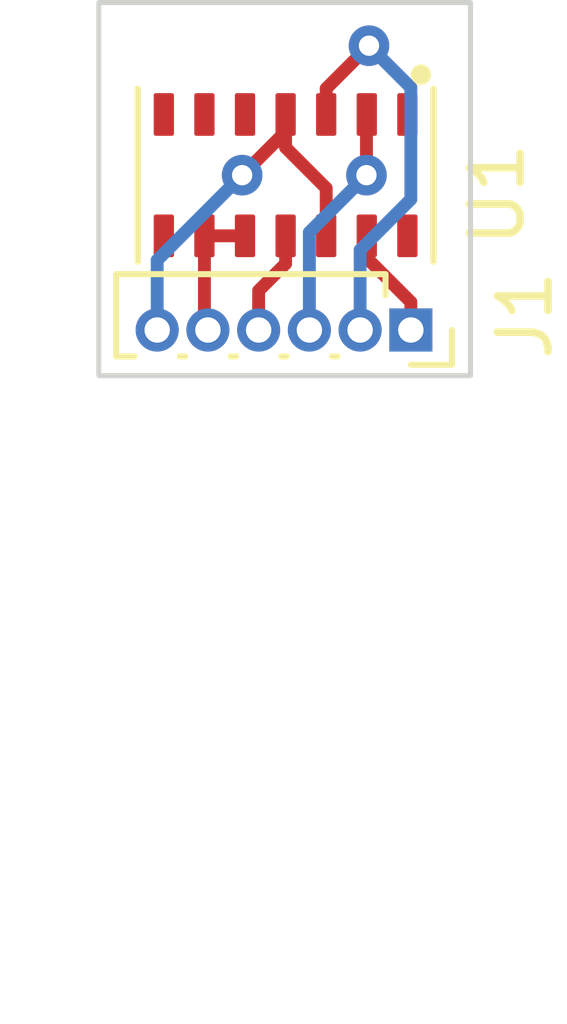
<source format=kicad_pcb>
(kicad_pcb (version 20240108) (generator "pcbnew") (generator_version "8.0")
  (layers (0 "F.Cu" signal) (31 "B.Cu" signal) (34 "B.Paste" user) (35 "F.Paste" user) (36 "B.SilkS" user "B.Silkscreen") (37 "F.SilkS" user "F.Silkscreen") (38 "B.Mask" user) (39 "F.Mask" user) (44 "Edge.Cuts" user))
  (net 0 "")
  (net 1 "GND")
  (net 2 "3.3V")
  (net 3 "1.8V")
  (net 4 "SCL")
  (net 5 "SDA")
  (net 6 "SENS_INT")
  (footprint "tegsense-libs:PSON80P560X330X165-14N" (layer "F.Cu") (at 142.9562 112.7 -90)
    (property "Reference" "U1" (at 0.37746 -4.16481 -90) (layer "F.SilkS"))
    (property "Value" "MAX30101EFD")
    (fp_line (start -1.7 2.914) (end 1.7 2.914) (stroke (width 0.127)) (layer "F.SilkS"))
    (fp_line (start 1.7 -2.914) (end -1.7 -2.914) (stroke (width 0.127)) (layer "F.SilkS"))
    (fp_circle (center -1.9812 -2.667) (end -1.8812 -2.667) (stroke (width 0.2)) (fill none) (layer "F.SilkS"))
    (pad "1" smd roundrect (at -1.195 -2.4 270) (size 0.84 0.4) (layers "F.Cu" "F.Paste" "F.Mask") (roundrect_rratio 0.1))
    (pad "2" smd roundrect (at -1.195 -1.6 270) (size 0.84 0.4) (layers "F.Cu" "F.Paste" "F.Mask") (roundrect_rratio 0.1) (net 4 "SCL"))
    (pad "3" smd roundrect (at -1.195 -0.8 270) (size 0.84 0.4) (layers "F.Cu" "F.Paste" "F.Mask") (roundrect_rratio 0.1) (net 5 "SDA"))
    (pad "4" smd roundrect (at -1.195 0 270) (size 0.84 0.4) (layers "F.Cu" "F.Paste" "F.Mask") (roundrect_rratio 0.1) (net 1 "GND"))
    (pad "5" smd roundrect (at -1.195 0.8 270) (size 0.84 0.4) (layers "F.Cu" "F.Paste" "F.Mask") (roundrect_rratio 0.1))
    (pad "6" smd roundrect (at -1.195 1.6 270) (size 0.84 0.4) (layers "F.Cu" "F.Paste" "F.Mask") (roundrect_rratio 0.1))
    (pad "7" smd roundrect (at -1.195 2.4 270) (size 0.84 0.4) (layers "F.Cu" "F.Paste" "F.Mask") (roundrect_rratio 0.1))
    (pad "8" smd roundrect (at 1.195 2.4 90) (size 0.84 0.4) (layers "F.Cu" "F.Paste" "F.Mask") (roundrect_rratio 0.1))
    (pad "9" smd roundrect (at 1.195 1.6 90) (size 0.84 0.4) (layers "F.Cu" "F.Paste" "F.Mask") (roundrect_rratio 0.1) (net 2 "3.3V"))
    (pad "10" smd roundrect (at 1.195 0.8 90) (size 0.84 0.4) (layers "F.Cu" "F.Paste" "F.Mask") (roundrect_rratio 0.1) (net 2 "3.3V"))
    (pad "11" smd roundrect (at 1.195 0 90) (size 0.84 0.4) (layers "F.Cu" "F.Paste" "F.Mask") (roundrect_rratio 0.1) (net 3 "1.8V"))
    (pad "12" smd roundrect (at 1.195 -0.8 90) (size 0.84 0.4) (layers "F.Cu" "F.Paste" "F.Mask") (roundrect_rratio 0.1) (net 1 "GND"))
    (pad "13" smd roundrect (at 1.195 -1.6 90) (size 0.84 0.4) (layers "F.Cu" "F.Paste" "F.Mask") (roundrect_rratio 0.1) (net 6 "SENS_INT"))
    (pad "14" smd roundrect (at 1.195 -2.4 90) (size 0.84 0.4) (layers "F.Cu" "F.Paste" "F.Mask") (roundrect_rratio 0.1))
  )
  (footprint "Connector_PinSocket_1.00mm:PinSocket_1x06_P1.00mm_Vertical" (layer "F.Cu") (at 145.425008 115.75001 -90)
    (property "Reference" "J1" (at -0.29 -2.25 -90) (layer "F.SilkS"))
    (property "Value" "Conn_01x06")
    (fp_line (start -1.1 5.81) (end 0.52 5.81) (stroke (width 0.12)) (layer "F.SilkS"))
    (fp_line (start 0.52 5.445898) (end 0.52 5.81) (stroke (width 0.12)) (layer "F.SilkS"))
    (fp_line (start 0.52 4.445898) (end 0.52 4.554102) (stroke (width 0.12)) (layer "F.SilkS"))
    (fp_line (start 0.52 3.445898) (end 0.52 3.554102) (stroke (width 0.12)) (layer "F.SilkS"))
    (fp_line (start 0.52 2.445898) (end 0.52 2.554102) (stroke (width 0.12)) (layer "F.SilkS"))
    (fp_line (start 0.52 1.445898) (end 0.52 1.554102) (stroke (width 0.12)) (layer "F.SilkS"))
    (fp_line (start -1.1 0.5) (end -1.1 5.81) (stroke (width 0.12)) (layer "F.SilkS"))
    (fp_line (start -1.1 0.5) (end -0.685 0.5) (stroke (width 0.12)) (layer "F.SilkS"))
    (fp_line (start 0 -0.81) (end 0.685 -0.81) (stroke (width 0.12)) (layer "F.SilkS"))
    (fp_line (start 0.685 -0.81) (end 0.685 0) (stroke (width 0.12)) (layer "F.SilkS"))
    (pad "1" thru_hole rect (at 0 0 270) (size 0.85 0.85) (drill 0.5) (layers "*.Cu" "*.Mask") (net 6 "SENS_INT"))
    (pad "2" thru_hole oval (at 0 1 270) (size 0.85 0.85) (drill 0.5) (layers "*.Cu" "*.Mask") (net 5 "SDA"))
    (pad "3" thru_hole oval (at 0 2 270) (size 0.85 0.85) (drill 0.5) (layers "*.Cu" "*.Mask") (net 4 "SCL"))
    (pad "4" thru_hole oval (at 0 3 270) (size 0.85 0.85) (drill 0.5) (layers "*.Cu" "*.Mask") (net 3 "1.8V"))
    (pad "5" thru_hole oval (at 0 4 270) (size 0.85 0.85) (drill 0.5) (layers "*.Cu" "*.Mask") (net 2 "3.3V"))
    (pad "6" thru_hole oval (at 0 5 270) (size 0.85 0.85) (drill 0.5) (layers "*.Cu" "*.Mask") (net 1 "GND"))
  )
  (gr_rect (start 139.275 109.3) (end 146.6 116.65) (stroke (width 0.1)) (fill none) (layer "Edge.Cuts"))
  (segment (start 143.7562 112.9562) (end 143.7562 113.895) (width 0.254) (layer "F.Cu") (net 1))
  (segment (start 142.9562 112.1562) (end 143.7562 112.9562) (width 0.254) (layer "F.Cu") (net 1))
  (segment (start 142.1 112.7) (end 142.9562 111.8438) (width 0.254) (layer "F.Cu") (net 1))
  (segment (start 142.9562 111.505) (end 142.9562 112.1562) (width 0.254) (layer "F.Cu") (net 1))
  (segment (start 142.9562 111.8438) (end 142.9562 111.505) (width 0.254) (layer "F.Cu") (net 1))
  (via (at 142.1 112.7) (size 0.8) (drill 0.4) (layers "F.Cu" "B.Cu") (net 1))
  (segment (start 140.425 114.375) (end 142.1 112.7) (width 0.254) (layer "B.Cu") (net 1))
  (segment (start 140.425 115.75) (end 140.425 114.375) (width 0.254) (layer "B.Cu") (net 1))
  (segment (start 141.3562 113.895) (end 142.1562 113.895) (width 0.254) (layer "F.Cu") (net 2))
  (segment (start 141.3562 113.895) (end 141.3562 115.6812) (width 0.254) (layer "F.Cu") (net 2))
  (segment (start 141.3562 115.6812) (end 141.425 115.75) (width 0.254) (layer "F.Cu") (net 2))
  (segment (start 142.9562 113.895) (end 142.9562 114.4438) (width 0.254) (layer "F.Cu") (net 3))
  (segment (start 142.9562 114.4438) (end 142.425 114.975) (width 0.254) (layer "F.Cu") (net 3))
  (segment (start 142.425 114.975) (end 142.425 115.75) (width 0.254) (layer "F.Cu") (net 3))
  (segment (start 144.55 112.7) (end 144.55 111.5112) (width 0.254) (layer "F.Cu") (net 4))
  (segment (start 144.55 111.5112) (end 144.5562 111.505) (width 0.254) (layer "F.Cu") (net 4))
  (via (at 144.55 112.7) (size 0.8) (drill 0.4) (layers "F.Cu" "B.Cu") (net 4))
  (segment (start 143.425 115.75) (end 143.425 113.825) (width 0.254) (layer "B.Cu") (net 4))
  (segment (start 143.425 113.825) (end 144.55 112.7) (width 0.254) (layer "B.Cu") (net 4))
  (segment (start 143.7562 111.505) (end 143.7562 110.9938) (width 0.254) (layer "F.Cu") (net 5))
  (segment (start 143.7562 110.9938) (end 144.6 110.15) (width 0.254) (layer "F.Cu") (net 5))
  (via (at 144.6 110.15) (size 0.8) (drill 0.4) (layers "F.Cu" "B.Cu") (net 5))
  (segment (start 145.425 110.975) (end 144.6 110.15) (width 0.254) (layer "B.Cu") (net 5))
  (segment (start 144.425 114.175) (end 145.425 113.175) (width 0.254) (layer "B.Cu") (net 5))
  (segment (start 145.425 113.175) (end 145.425 110.975) (width 0.254) (layer "B.Cu") (net 5))
  (segment (start 144.425 115.75) (end 144.425 114.175) (width 0.254) (layer "B.Cu") (net 5))
  (segment (start 145.425 115.2) (end 145.425 115.75) (width 0.254) (layer "F.Cu") (net 6))
  (segment (start 144.5562 114.3312) (end 145.425 115.2) (width 0.254) (layer "F.Cu") (net 6))
  (segment (start 144.5562 113.895) (end 144.5562 114.3312) (width 0.254) (layer "F.Cu") (net 6))
)
</source>
